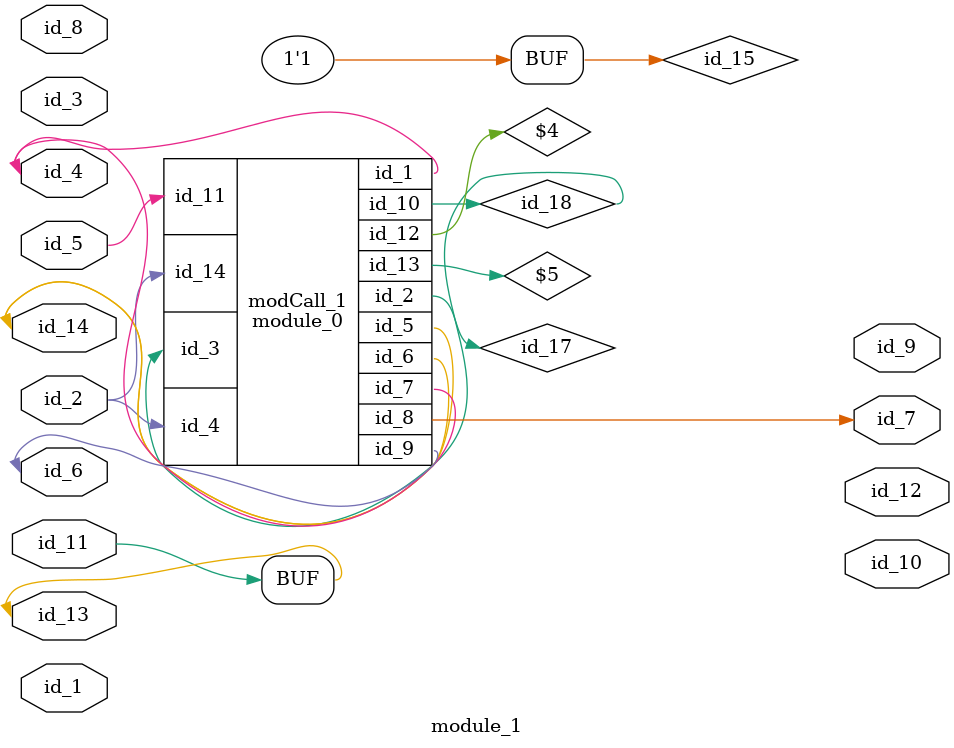
<source format=v>
module module_0 (
    id_1,
    id_2,
    id_3,
    id_4,
    id_5,
    id_6,
    id_7,
    id_8,
    id_9,
    id_10,
    id_11,
    id_12,
    id_13,
    id_14
);
  input wire id_14;
  inout wire id_13;
  inout wire id_12;
  input wire id_11;
  inout wire id_10;
  inout wire id_9;
  output wire id_8;
  output wire id_7;
  inout wire id_6;
  inout wire id_5;
  input wire id_4;
  input wire id_3;
  inout wire id_2;
  inout wire id_1;
  assign #id_15 id_2 = id_2;
  assign id_6 = 1'b0 / 1;
  wire id_16;
  assign id_7 = id_4;
endmodule
module module_1 (
    id_1,
    id_2,
    id_3,
    id_4,
    id_5,
    id_6,
    id_7,
    id_8,
    id_9,
    id_10,
    id_11,
    id_12,
    id_13,
    id_14
);
  inout wire id_14;
  inout wire id_13;
  output wire id_12;
  inout wire id_11;
  output wire id_10;
  output wire id_9;
  input wire id_8;
  output wire id_7;
  inout wire id_6;
  inout wire id_5;
  inout wire id_4;
  inout wire id_3;
  input wire id_2;
  inout wire id_1;
  wire id_15 = -1;
  wand id_16, id_17, id_18 = 1;
  always id_13 <= id_11;
  module_0 modCall_1 (
      id_4,
      id_17,
      id_18,
      id_2,
      id_14,
      id_14,
      id_4,
      id_7,
      id_6,
      id_18,
      id_5,
      id_16,
      id_16,
      id_2
  );
endmodule

</source>
